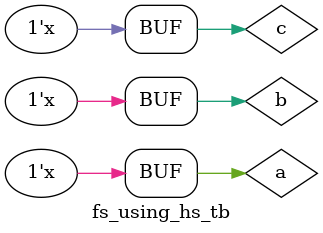
<source format=v>
module fs_using_hs_dut (//https://www.electrically4u.com/wp-content/uploads/2020/07/image-23.png
    output diff,barr,input a,b,c, inout w1,w2,w3,w4,w5
);
    assign w1=a^b;
    assign w2=~a;
    assign w3=b&w2; 
    assign w4=~w1;
    assign w5=w4&c;
    assign diff=w1^c;
    assign barr=w3|w5;

    

endmodule
module fs_using_hs_tb (
   
);
reg a,b,c;
wire diff,barr;

fs_using_hs_dut a1(diff,barr,a,b,c);
initial begin
    a=0;b=0;c=0;
end
   always #5 c=~c;
   always #10 b=~b;
   always #15 a=~a;
endmodule


</source>
